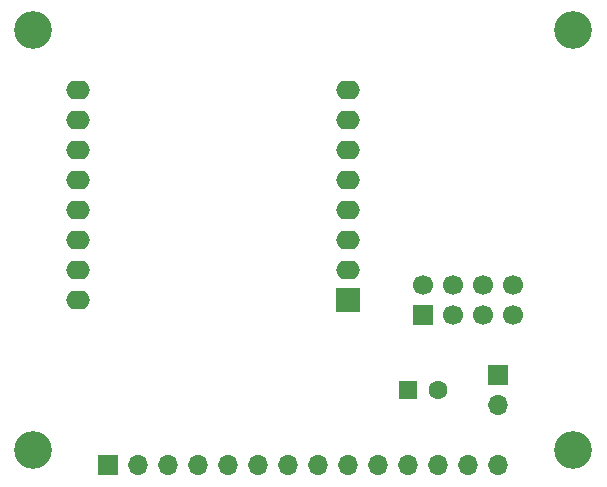
<source format=gbr>
%TF.GenerationSoftware,KiCad,Pcbnew,(6.0.7)*%
%TF.CreationDate,2022-11-27T11:05:52+01:00*%
%TF.ProjectId,RF24_esp8266_tft,52463234-5f65-4737-9038-3236365f7466,rev?*%
%TF.SameCoordinates,Original*%
%TF.FileFunction,Soldermask,Bot*%
%TF.FilePolarity,Negative*%
%FSLAX46Y46*%
G04 Gerber Fmt 4.6, Leading zero omitted, Abs format (unit mm)*
G04 Created by KiCad (PCBNEW (6.0.7)) date 2022-11-27 11:05:52*
%MOMM*%
%LPD*%
G01*
G04 APERTURE LIST*
%ADD10C,1.700000*%
%ADD11R,1.700000X1.700000*%
%ADD12O,1.700000X1.700000*%
%ADD13C,3.200000*%
%ADD14R,1.600000X1.600000*%
%ADD15C,1.600000*%
%ADD16R,2.000000X2.000000*%
%ADD17O,2.000000X1.600000*%
G04 APERTURE END LIST*
D10*
%TO.C,U2*%
X167640000Y-97790000D03*
X167640000Y-100330000D03*
X165100000Y-97790000D03*
X165100000Y-100330000D03*
X162560000Y-97790000D03*
X162560000Y-100330000D03*
X160020000Y-97790000D03*
D11*
X160020000Y-100330000D03*
%TD*%
%TO.C,J2*%
X133360000Y-113030000D03*
D12*
X135900000Y-113030000D03*
X138440000Y-113030000D03*
X140980000Y-113030000D03*
X143520000Y-113030000D03*
X146060000Y-113030000D03*
X148600000Y-113030000D03*
X151140000Y-113030000D03*
X153680000Y-113030000D03*
X156220000Y-113030000D03*
X158760000Y-113030000D03*
X161300000Y-113030000D03*
X163840000Y-113030000D03*
X166380000Y-113030000D03*
%TD*%
D13*
%TO.C,H2*%
X172720000Y-76200000D03*
%TD*%
D14*
%TO.C,C1*%
X158750000Y-106680000D03*
D15*
X161250000Y-106680000D03*
%TD*%
D13*
%TO.C,H3*%
X127000000Y-111760000D03*
%TD*%
%TO.C,H1*%
X127000000Y-76200000D03*
%TD*%
D11*
%TO.C,J1*%
X166370000Y-105410000D03*
D12*
X166370000Y-107950000D03*
%TD*%
D13*
%TO.C,H4*%
X172720000Y-111760000D03*
%TD*%
D16*
%TO.C,U1*%
X153670000Y-99060000D03*
D17*
X153670000Y-96520000D03*
X153670000Y-93980000D03*
X153670000Y-91440000D03*
X153670000Y-88900000D03*
X153670000Y-86360000D03*
X153670000Y-83820000D03*
X153670000Y-81280000D03*
X130810000Y-81280000D03*
X130810000Y-83820000D03*
X130810000Y-86360000D03*
X130810000Y-88900000D03*
X130810000Y-91440000D03*
X130810000Y-93980000D03*
X130810000Y-96520000D03*
X130810000Y-99060000D03*
%TD*%
M02*

</source>
